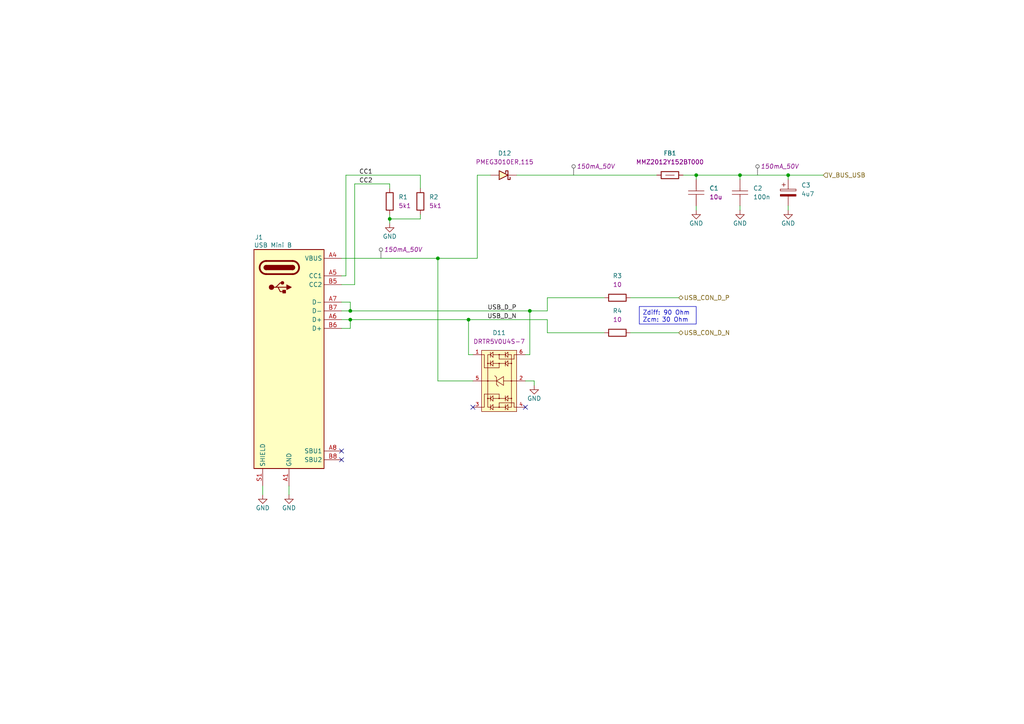
<source format=kicad_sch>
(kicad_sch (version 20230121) (generator eeschema)
  (paper "A4")
  (title_block (title "Programmable Keyboard") (date "2023-10-14") (rev "1.0") (company "Kallio Designs Oy") (comment 1 "TL, NH") (comment 3 "PCB_PN"))
  (lib_symbols
    (symbol "KD_Capacitor:C_0603_100n_X7R_50V" (pin_numbers hide) (pin_names hide)
      (property "Reference" "C" (at 2.54 1.27 0))
      (property "Value" "100n" (at 2.54 -1.27 0))
      (symbol "C_0603_100n_X7R_50V_0_1"
        (polyline (pts (xy -2.286 -0.508) (xy 2.286 -0.508)))
        (polyline (pts (xy -2.286 0.508) (xy 2.286 0.508)))
        (polyline (pts (xy 0 -0.508) (xy 0 -1.016)))
        (polyline (pts (xy 0 0.508) (xy 0 1.016)))
      )
      (symbol "C_0603_100n_X7R_50V_1_1"
        (pin passive line (at 0 3.81 270) (length 2.794) (name "~") (number "1"))
        (pin passive line (at 0 -3.81 90) (length 2.794) (name "~") (number "2"))
      )
    )
    (symbol "KD_Capacitor:C_1206_10u_X5R_50V_automotive" (pin_numbers hide) (pin_names hide)
      (property "Reference" "C" (at 2.54 1.27 0))
      (property "Code" "10u" (at 2.54 -1.27 0))
      (symbol "C_1206_10u_X5R_50V_automotive_0_1"
        (polyline (pts (xy -2.286 -0.508) (xy 2.286 -0.508)))
        (polyline (pts (xy -2.286 0.508) (xy 2.286 0.508)))
        (polyline (pts (xy 0 -0.508) (xy 0 -1.016)))
        (polyline (pts (xy 0 0.508) (xy 0 1.016)))
      )
      (symbol "C_1206_10u_X5R_50V_automotive_1_1"
        (pin passive line (at 0 3.81 270) (length 2.794) (name "~") (number "1"))
        (pin passive line (at 0 -3.81 90) (length 2.794) (name "~") (number "2"))
      )
    )
    (symbol "KD_Capacitor:C_AE_4.7uF_16V_EEE-1CA4R7NR" (pin_numbers hide) (pin_names hide)
      (property "Reference" "C" (at 2.54 1.27 0))
      (property "Value" "4u7" (at 2.54 -1.27 0))
      (symbol "C_AE_4.7uF_16V_EEE-1CA4R7NR_0_1"
        (rectangle (start -2.286 0.508) (end 2.286 1.016))
        (polyline (pts (xy -1.778 2.286) (xy -0.762 2.286)))
        (polyline (pts (xy -1.27 2.794) (xy -1.27 1.778)))
        (rectangle (start 2.286 -0.508) (end -2.286 -1.016) (fill (type outline)))
      )
      (symbol "C_AE_4.7uF_16V_EEE-1CA4R7NR_1_1"
        (pin passive line (at 0 3.81 270) (length 2.794) (name "~") (number "1"))
        (pin passive line (at 0 -3.81 90) (length 2.794) (name "~") (number "2"))
      )
    )
    (symbol "KD_Connector_USB_HDMI_Etc:USB_C_V_GCT_USB4085-GF-A"
      (property "Reference" "J" (at -25.146 6.096 0))
      (property "Value" "USB Mini B" (at -25.4 3.81 0))
      (symbol "USB_C_V_GCT_USB4085-GF-A_0_1"
        (rectangle (start -25.4 2.54) (end -5.08 -60.96) (stroke (width 0.254)) (fill (type background)))
        (arc (start -21.844 -2.032) (mid -22.4763 -2.667) (end -21.844 -3.302) (stroke (width 0.254)))
        (arc (start -21.844 -2.032) (mid -22.4763 -2.667) (end -21.844 -3.302) (stroke (width 0.254)) (fill (type outline)))
        (arc (start -21.844 -0.762) (mid -23.7407 -2.667) (end -21.844 -4.572) (stroke (width 0.508)))
        (circle (center -20.32 -8.382) (radius 0.635) (stroke (width 0.254)) (fill (type outline)))
        (circle (center -17.145 -7.112) (radius 0.381) (stroke (width 0.254)) (fill (type outline)))
        (rectangle (start -16.256 -9.271) (end -17.018 -10.033) (stroke (width 0.254)) (fill (type outline)))
        (arc (start -14.224 -4.572) (mid -12.3273 -2.667) (end -14.224 -0.762) (stroke (width 0.508)))
        (rectangle (start -14.224 -3.302) (end -21.844 -2.032) (stroke (width 0.254)) (fill (type outline)))
        (arc (start -14.224 -3.302) (mid -13.5917 -2.667) (end -14.224 -2.032) (stroke (width 0.254)))
        (arc (start -14.224 -3.302) (mid -13.5917 -2.667) (end -14.224 -2.032) (stroke (width 0.254)) (fill (type outline)))
        (polyline (pts (xy -21.844 -0.762) (xy -14.224 -0.762)) (stroke (width 0.508)))
        (polyline (pts (xy -18.415 -8.382) (xy -15.875 -8.382)) (stroke (width 0.254)))
        (polyline (pts (xy -14.224 -4.572) (xy -21.844 -4.572)) (stroke (width 0.508)))
        (polyline (pts (xy -19.685 -8.382) (xy -19.05 -8.382) (xy -17.78 -7.112) (xy -17.145 -7.112)) (stroke (width 0.254)))
        (polyline (pts (xy -19.05 -8.382) (xy -18.415 -8.382) (xy -17.78 -9.652) (xy -16.51 -9.652)) (stroke (width 0.254)))
        (polyline (pts (xy -15.875 -7.747) (xy -15.875 -9.017) (xy -14.605 -8.382) (xy -15.875 -7.747)) (stroke (width 0.254)) (fill (type outline)))
      )
      (symbol "USB_C_V_GCT_USB4085-GF-A_1_1"
        (pin passive line (at -15.24 -66.04 90) (length 5.08) (name "GND") (number "A1"))
        (pin passive line (at -15.24 -66.04 90) (length 5.08) hide (name "GND") (number "A12"))
        (pin passive line (at 0 0 180) (length 5.08) (name "VBUS") (number "A4"))
        (pin bidirectional line (at 0 -5.08 180) (length 5.08) (name "CC1") (number "A5"))
        (pin bidirectional line (at 0 -17.78 180) (length 5.08) (name "D+") (number "A6"))
        (pin bidirectional line (at 0 -12.7 180) (length 5.08) (name "D-") (number "A7"))
        (pin bidirectional line (at 0 -55.88 180) (length 5.08) (name "SBU1") (number "A8"))
        (pin passive line (at 0 0 180) (length 5.08) hide (name "VBUS") (number "A9"))
        (pin passive line (at -15.24 -66.04 90) (length 5.08) hide (name "GND") (number "B1"))
        (pin passive line (at -15.24 -66.04 90) (length 5.08) hide (name "GND") (number "B12"))
        (pin passive line (at 0 0 180) (length 5.08) hide (name "VBUS") (number "B4"))
        (pin bidirectional line (at 0 -7.62 180) (length 5.08) (name "CC2") (number "B5"))
        (pin bidirectional line (at 0 -20.32 180) (length 5.08) (name "D+") (number "B6"))
        (pin bidirectional line (at 0 -15.24 180) (length 5.08) (name "D-") (number "B7"))
        (pin bidirectional line (at 0 -58.42 180) (length 5.08) (name "SBU2") (number "B8"))
        (pin passive line (at 0 0 180) (length 5.08) hide (name "VBUS") (number "B9"))
        (pin passive line (at -22.86 -66.04 90) (length 5.08) (name "SHIELD") (number "S1"))
      )
    )
    (symbol "KD_Diode:Schottky_30V_1A_PMEG3010ER_115" (pin_numbers hide) (pin_names hide)
      (property "Reference" "D" (at 0 2.54 0))
      (property "Code" "PMEG3010ER,115" (at 0 -2.54 0))
      (symbol "Schottky_30V_1A_PMEG3010ER_115_0_1"
        (polyline (pts (xy -1.905 0.635) (xy -1.905 1.27) (xy -1.27 1.27) (xy -1.27 -1.27) (xy -0.635 -1.27) (xy -0.635 -0.635)) (stroke (width 0.254)))
      )
      (symbol "Schottky_30V_1A_PMEG3010ER_115_1_1"
        (polyline (pts (xy 1.27 1.27) (xy 1.27 -1.27) (xy -1.27 0) (xy 1.27 1.27)) (stroke (width 0.254)) (fill (type background)))
        (pin passive line (at -3.81 0 0) (length 2.54) (name "K") (number "1"))
        (pin passive line (at 3.81 0 180) (length 2.54) (name "A") (number "2"))
      )
    )
    (symbol "KD_Diode:TVS_5V5_DRTR5V0U4S-7-M" (pin_names hide)
      (property "Reference" "D" (at 0 10.16 0))
      (property "Code" "DRTR5V0U4S-7" (at 0 -10.16 0))
      (symbol "TVS_5V5_DRTR5V0U4S-7-M_0_1"
        (rectangle (start -5.08 8.89) (end 5.08 -8.89) (fill (type background)))
      )
      (symbol "TVS_5V5_DRTR5V0U4S-7-M_1_0"
        (polyline (pts (xy -5.08 -7.62) (xy -4.318 -7.62)))
        (polyline (pts (xy -5.08 0) (xy -3.302 0)))
        (polyline (pts (xy -5.08 7.62) (xy -4.318 7.62)))
        (polyline (pts (xy -4.318 -7.62) (xy -4.318 -3.81)))
        (polyline (pts (xy -4.318 -3.81) (xy 0 -3.81)))
        (polyline (pts (xy -4.318 3.81) (xy 0 3.81)))
        (polyline (pts (xy -4.318 7.62) (xy -4.318 3.81)))
        (polyline (pts (xy -3.302 -7.62) (xy -2.54 -7.62)))
        (polyline (pts (xy -3.302 -5.08) (xy -3.302 -7.62)))
        (polyline (pts (xy -3.302 0) (xy -3.302 -5.08)))
        (polyline (pts (xy -3.302 0) (xy -3.302 5.08)))
        (polyline (pts (xy -3.302 0) (xy -0.762 0)))
        (polyline (pts (xy -3.302 5.08) (xy -3.302 7.62)))
        (polyline (pts (xy -3.302 7.62) (xy -2.54 7.62)))
        (polyline (pts (xy -2.54 -7.62) (xy -2.54 -8.382)))
        (polyline (pts (xy -2.54 -7.62) (xy -1.778 -8.382)))
        (polyline (pts (xy -2.54 -6.858) (xy -2.54 -7.62)))
        (polyline (pts (xy -2.54 -5.08) (xy -3.302 -5.08)))
        (polyline (pts (xy -2.54 -5.08) (xy -2.54 -5.842)))
        (polyline (pts (xy -2.54 -5.08) (xy -1.778 -5.842)))
        (polyline (pts (xy -2.54 -4.318) (xy -2.54 -5.08)))
        (polyline (pts (xy -2.54 4.318) (xy -2.54 5.08)))
        (polyline (pts (xy -2.54 5.08) (xy -3.302 5.08)))
        (polyline (pts (xy -2.54 5.08) (xy -2.54 5.842)))
        (polyline (pts (xy -2.54 5.08) (xy -1.778 5.842)))
        (polyline (pts (xy -2.54 6.858) (xy -2.54 7.62)))
        (polyline (pts (xy -2.54 7.62) (xy -2.54 8.382)))
        (polyline (pts (xy -2.54 7.62) (xy -1.778 8.382)))
        (polyline (pts (xy -1.778 -8.382) (xy -1.778 -7.62)))
        (polyline (pts (xy -1.778 -7.62) (xy -1.778 -6.858)))
        (polyline (pts (xy -1.778 -6.858) (xy -2.54 -7.62)))
        (polyline (pts (xy -1.778 -5.842) (xy -1.778 -5.08)))
        (polyline (pts (xy -1.778 -5.08) (xy -1.778 -4.318)))
        (polyline (pts (xy -1.778 -5.08) (xy 1.778 -5.08)))
        (polyline (pts (xy -1.778 -4.318) (xy -2.54 -5.08)))
        (polyline (pts (xy -1.778 4.318) (xy -2.54 5.08)))
        (polyline (pts (xy -1.778 5.08) (xy -1.778 4.318)))
        (polyline (pts (xy -1.778 5.08) (xy 1.778 5.08)))
        (polyline (pts (xy -1.778 5.842) (xy -1.778 5.08)))
        (polyline (pts (xy -1.778 6.858) (xy -2.54 7.62)))
        (polyline (pts (xy -1.778 7.62) (xy -1.778 6.858)))
        (polyline (pts (xy -1.778 8.382) (xy -1.778 7.62)))
        (polyline (pts (xy -0.762 -1.016) (xy -0.254 -1.524)))
        (polyline (pts (xy -0.762 0) (xy -0.762 -1.016)))
        (polyline (pts (xy -0.762 0) (xy -0.762 1.016)))
        (polyline (pts (xy -0.762 0) (xy 1.27 -1.27)))
        (polyline (pts (xy -0.762 1.016) (xy -1.27 1.524)))
        (polyline (pts (xy 0 -7.62) (xy 0 -6.35)))
        (polyline (pts (xy 0 -6.35) (xy 4.318 -6.35)))
        (polyline (pts (xy 0 -3.81) (xy 0 -5.08)))
        (polyline (pts (xy 0 3.81) (xy 0 5.08)))
        (polyline (pts (xy 0 6.35) (xy 4.318 6.35)))
        (polyline (pts (xy 0 7.62) (xy 0 6.35)))
        (polyline (pts (xy 1.27 -1.27) (xy 1.27 0)))
        (polyline (pts (xy 1.27 0) (xy 1.27 1.27)))
        (polyline (pts (xy 1.27 0) (xy 3.556 0)))
        (polyline (pts (xy 1.27 1.27) (xy -0.762 0)))
        (polyline (pts (xy 1.778 -7.62) (xy -1.778 -7.62)))
        (polyline (pts (xy 1.778 -7.62) (xy 1.778 -8.382)))
        (polyline (pts (xy 1.778 -7.62) (xy 2.54 -8.382)))
        (polyline (pts (xy 1.778 -6.858) (xy 1.778 -7.62)))
        (polyline (pts (xy 1.778 -5.08) (xy 1.778 -5.842)))
        (polyline (pts (xy 1.778 -5.08) (xy 2.54 -5.842)))
        (polyline (pts (xy 1.778 -4.318) (xy 1.778 -5.08)))
        (polyline (pts (xy 1.778 4.318) (xy 1.778 5.08)))
        (polyline (pts (xy 1.778 5.08) (xy 1.778 5.842)))
        (polyline (pts (xy 1.778 5.08) (xy 2.54 5.842)))
        (polyline (pts (xy 1.778 6.858) (xy 1.778 7.62)))
        (polyline (pts (xy 1.778 7.62) (xy -1.778 7.62)))
        (polyline (pts (xy 1.778 7.62) (xy 1.778 8.382)))
        (polyline (pts (xy 1.778 7.62) (xy 2.54 8.382)))
        (polyline (pts (xy 2.54 -8.382) (xy 2.54 -7.62)))
        (polyline (pts (xy 2.54 -7.62) (xy 2.54 -6.858)))
        (polyline (pts (xy 2.54 -7.62) (xy 3.556 -7.62)))
        (polyline (pts (xy 2.54 -6.858) (xy 1.778 -7.62)))
        (polyline (pts (xy 2.54 -5.842) (xy 2.54 -5.08)))
        (polyline (pts (xy 2.54 -5.08) (xy 2.54 -4.318)))
        (polyline (pts (xy 2.54 -5.08) (xy 3.556 -5.08)))
        (polyline (pts (xy 2.54 -4.318) (xy 1.778 -5.08)))
        (polyline (pts (xy 2.54 4.318) (xy 1.778 5.08)))
        (polyline (pts (xy 2.54 5.08) (xy 2.54 4.318)))
        (polyline (pts (xy 2.54 5.08) (xy 3.556 5.08)))
        (polyline (pts (xy 2.54 5.842) (xy 2.54 5.08)))
        (polyline (pts (xy 2.54 6.858) (xy 1.778 7.62)))
        (polyline (pts (xy 2.54 7.62) (xy 2.54 6.858)))
        (polyline (pts (xy 2.54 7.62) (xy 3.556 7.62)))
        (polyline (pts (xy 2.54 8.382) (xy 2.54 7.62)))
        (polyline (pts (xy 3.556 -7.62) (xy 3.556 -5.08)))
        (polyline (pts (xy 3.556 -5.08) (xy 3.556 0)))
        (polyline (pts (xy 3.556 0) (xy 5.08 0)))
        (polyline (pts (xy 3.556 5.08) (xy 3.556 0)))
        (polyline (pts (xy 3.556 7.62) (xy 3.556 5.08)))
        (polyline (pts (xy 4.318 -7.62) (xy 5.08 -7.62)))
        (polyline (pts (xy 4.318 -6.35) (xy 4.318 -7.62)))
        (polyline (pts (xy 4.318 6.35) (xy 4.318 7.62)))
        (polyline (pts (xy 4.318 7.62) (xy 5.08 7.62)))
      )
      (symbol "TVS_5V5_DRTR5V0U4S-7-M_1_1"
        (circle (center -3.302 -5.08) (radius 0.127) (fill (type outline)))
        (circle (center -3.302 0) (radius 0.127) (fill (type outline)))
        (circle (center -3.302 5.08) (radius 0.127) (fill (type outline)))
        (circle (center 0 -7.62) (radius 0.127) (fill (type outline)))
        (circle (center 0 -5.08) (radius 0.127) (fill (type outline)))
        (circle (center 0 5.08) (radius 0.127) (fill (type outline)))
        (circle (center 0 7.62) (radius 0.127) (fill (type outline)))
        (circle (center 3.556 -5.08) (radius 0.127) (fill (type outline)))
        (circle (center 3.556 0) (radius 0.127) (fill (type outline)))
        (circle (center 3.556 5.08) (radius 0.127) (fill (type outline)))
        (pin input line (at -7.62 7.62 0) (length 2.54) (name "1") (number "1"))
        (pin input line (at 7.62 0 180) (length 2.54) (name "V-") (number "2"))
        (pin input line (at -7.62 -7.62 0) (length 2.54) (name "3") (number "3"))
        (pin input line (at 7.62 -7.62 180) (length 2.54) (name "4") (number "4"))
        (pin input line (at -7.62 0 0) (length 2.54) (name "V+") (number "5"))
        (pin input line (at 7.62 7.62 180) (length 2.54) (name "6") (number "6"))
      )
    )
    (symbol "KD_Inductor:Ferrite_500mA_TDK_MMZ2012Y152BT000" (pin_numbers hide) (pin_names hide)
      (property "Reference" "FB" (at 2.54 1.27 0))
      (property "Code" "MMZ2012Y152BT000" (at 2.54 -1.27 0))
      (symbol "Ferrite_500mA_TDK_MMZ2012Y152BT000_0_1"
        (rectangle (start -1.016 2.54) (end 1.016 -2.54) (stroke (width 0.254)))
        (polyline (pts (xy 0 1.27) (xy 0 -1.27)))
      )
      (symbol "Ferrite_500mA_TDK_MMZ2012Y152BT000_1_1"
        (pin passive line (at 0 3.81 270) (length 1.27) (name "~") (number "1"))
        (pin passive line (at 0 -3.81 90) (length 1.27) (name "~") (number "2"))
      )
    )
    (symbol "KD_Resistor:R_0603_10_5%" (pin_numbers hide) (pin_names hide)
      (property "Reference" "R" (at 1.905 1.27 0))
      (property "Code" "10" (at 1.905 -1.27 0))
      (symbol "R_0603_10_5%_0_1"
        (rectangle (start -1.016 -2.54) (end 1.016 2.54) (stroke (width 0.254)))
      )
      (symbol "R_0603_10_5%_1_1"
        (pin passive line (at 0 3.81 270) (length 1.27) (name "~") (number "1"))
        (pin passive line (at 0 -3.81 90) (length 1.27) (name "~") (number "2"))
      )
    )
    (symbol "KD_Resistor:R_0603_5100_1%" (pin_numbers hide) (pin_names hide)
      (property "Reference" "R" (at 1.905 1.27 0))
      (property "Code" "5k1" (at 1.905 -1.27 0))
      (symbol "R_0603_5100_1%_0_1"
        (rectangle (start -1.016 -2.54) (end 1.016 2.54) (stroke (width 0.254)))
      )
      (symbol "R_0603_5100_1%_1_1"
        (pin passive line (at 0 3.81 270) (length 1.27) (name "~") (number "1"))
        (pin passive line (at 0 -3.81 90) (length 1.27) (name "~") (number "2"))
      )
    )
    (symbol "power:GND" (power) (pin_names (offset 0))
      (property "Value" "GND" (at 0 -3.81 0))
      (symbol "GND_0_1"
        (polyline (pts (xy 0 0) (xy 0 -1.27) (xy 1.27 -1.27) (xy 0 -2.54) (xy -1.27 -1.27) (xy 0 -1.27)))
      )
      (symbol "GND_1_1"
        (pin power_in line (at 0 0 270) (length 0) hide (name "GND") (number "1"))
      )
    )
  )
  (junction (at 101.6 90.17))
  (junction (at 214.63 50.8))
  (junction (at 228.6 50.8))
  (junction (at 113.03 63.5))
  (junction (at 101.6 92.71))
  (junction (at 201.93 50.8))
  (junction (at 153.67 90.17))
  (junction (at 127 74.93))
  (junction (at 135.89 92.71))
  (no_connect (at 99.06 130.81))
  (no_connect (at 152.4 118.11))
  (no_connect (at 99.06 133.35))
  (no_connect (at 137.16 118.11))
  (wire (pts (xy 121.92 50.8) (xy 121.92 54.61)))
  (wire (pts (xy 127 74.93) (xy 138.43 74.93)))
  (wire (pts (xy 228.6 60.96) (xy 228.6 59.69)))
  (wire (pts (xy 127 110.49) (xy 127 74.93)))
  (wire (pts (xy 102.87 53.34) (xy 113.03 53.34)))
  (wire (pts (xy 100.33 50.8) (xy 121.92 50.8)))
  (wire (pts (xy 113.03 62.23) (xy 113.03 63.5)))
  (wire (pts (xy 137.16 102.87) (xy 135.89 102.87)))
  (wire (pts (xy 149.86 50.8) (xy 190.5 50.8)))
  (wire (pts (xy 101.6 90.17) (xy 153.67 90.17)))
  (wire (pts (xy 99.06 82.55) (xy 102.87 82.55)))
  (wire (pts (xy 138.43 50.8) (xy 142.24 50.8)))
  (wire (pts (xy 121.92 63.5) (xy 113.03 63.5)))
  (wire (pts (xy 182.88 96.52) (xy 196.85 96.52)))
  (wire (pts (xy 228.6 50.8) (xy 228.6 52.07)))
  (wire (pts (xy 135.89 92.71) (xy 158.75 92.71)))
  (wire (pts (xy 76.2 140.97) (xy 76.2 143.51)))
  (wire (pts (xy 101.6 92.71) (xy 135.89 92.71)))
  (wire (pts (xy 158.75 92.71) (xy 158.75 96.52)))
  (wire (pts (xy 100.33 50.8) (xy 100.33 80.01)))
  (wire (pts (xy 83.82 140.97) (xy 83.82 143.51)))
  (wire (pts (xy 101.6 87.63) (xy 101.6 90.17)))
  (wire (pts (xy 99.06 95.25) (xy 101.6 95.25)))
  (wire (pts (xy 201.93 50.8) (xy 214.63 50.8)))
  (wire (pts (xy 113.03 53.34) (xy 113.03 54.61)))
  (wire (pts (xy 135.89 92.71) (xy 135.89 102.87)))
  (wire (pts (xy 99.06 74.93) (xy 127 74.93)))
  (wire (pts (xy 154.94 110.49) (xy 154.94 111.76)))
  (wire (pts (xy 198.12 50.8) (xy 201.93 50.8)))
  (wire (pts (xy 99.06 87.63) (xy 101.6 87.63)))
  (wire (pts (xy 152.4 102.87) (xy 153.67 102.87)))
  (wire (pts (xy 101.6 95.25) (xy 101.6 92.71)))
  (wire (pts (xy 102.87 82.55) (xy 102.87 53.34)))
  (wire (pts (xy 153.67 90.17) (xy 153.67 102.87)))
  (wire (pts (xy 152.4 110.49) (xy 154.94 110.49)))
  (wire (pts (xy 214.63 50.8) (xy 228.6 50.8)))
  (wire (pts (xy 201.93 59.69) (xy 201.93 60.96)))
  (wire (pts (xy 99.06 90.17) (xy 101.6 90.17)))
  (wire (pts (xy 137.16 110.49) (xy 127 110.49)))
  (wire (pts (xy 121.92 62.23) (xy 121.92 63.5)))
  (wire (pts (xy 214.63 52.07) (xy 214.63 50.8)))
  (wire (pts (xy 228.6 50.8) (xy 238.76 50.8)))
  (wire (pts (xy 214.63 59.69) (xy 214.63 60.96)))
  (wire (pts (xy 113.03 63.5) (xy 113.03 64.77)))
  (wire (pts (xy 153.67 90.17) (xy 158.75 90.17)))
  (wire (pts (xy 175.26 86.36) (xy 158.75 86.36)))
  (wire (pts (xy 99.06 92.71) (xy 101.6 92.71)))
  (wire (pts (xy 182.88 86.36) (xy 196.85 86.36)))
  (wire (pts (xy 201.93 50.8) (xy 201.93 52.07)))
  (wire (pts (xy 99.06 80.01) (xy 100.33 80.01)))
  (wire (pts (xy 138.43 50.8) (xy 138.43 74.93)))
  (wire (pts (xy 158.75 96.52) (xy 175.26 96.52)))
  (wire (pts (xy 158.75 86.36) (xy 158.75 90.17)))
  (text_box "Zdiff: 90 Ohm\nZcm: 30 Ohm" (at 185.42 88.9 0) (size 16.51 5.08) (effects (font (size 1.27 1.27)) (justify left top)))
  (label "CC2" (at 104.14 53.34 0))
  (label "USB_D_P" (at 149.86 90.17 180))
  (label "USB_D_N" (at 149.86 92.71 180))
  (label "CC1" (at 104.14 50.8 0))
  (hierarchical_label "V_BUS_USB" (shape input) (at 238.76 50.8 0))
  (hierarchical_label "USB_CON_D_N" (shape bidirectional) (at 196.85 96.52 0))
  (hierarchical_label "USB_CON_D_P" (shape bidirectional) (at 196.85 86.36 0))
  (netclass_flag "" (length 2.54) (shape round) (at 110.49 74.93 0) (property "Netclass" "150mA_50V" (at 111.379 72.39 0) (effects (font italic) (justify left))))
  (netclass_flag "" (length 2.54) (shape round) (at 166.37 50.8 0) (property "Netclass" "150mA_50V" (at 167.259 48.26 0) (effects (font italic) (justify left))))
  (netclass_flag "" (length 2.54) (shape round) (at 219.71 50.8 0) (property "Netclass" "150mA_50V" (at 220.599 48.26 0) (effects (font italic) (justify left))))
  (symbol (lib_id "KD_Resistor:R_0603_10_5%") (at 179.07 96.52 90) (unit 1)
    (property "Reference" "R4" (at 179.07 90.17 90))
    (property "Value" "R_0603_10_5%" (effects hide))
    (property "Footprint" "KD_Resistor:RESC1608X55N" (effects hide))
    (property "Datasheet" "https://www.te.com/commerce/DocumentDelivery/DDEController?Action=srchrtrv&DocNm=1773204-3&DocType=DS&DocLang=English" (effects hide))
    (property "Code" "10" (at 179.07 92.71 90))
    (property "Manufacturer" "Walsin Technology Corporation" (effects hide))
    (property "MFG_PartNo" "WR06X100 JTL" (effects hide))
    (property "Supplier" "Digi-Key" (effects hide))
    (property "Supplier_PartNo" "1292-WR06X100JTLCT-ND" (effects hide))
    (property "DNP" "F" (effects hide))
    (property "Price" "0.01" (effects hide))
  )
  (symbol (lib_id "KD_Resistor:R_0603_5100_1%") (at 113.03 58.42 0) (unit 1)
    (property "Reference" "R1" (at 115.57 57.15 0) (effects (justify left)))
    (property "Value" "R_0603_5100_1%" (effects hide))
    (property "Footprint" "KD_Resistor:RESC1608X55N" (effects hide))
    (property "Datasheet" "https://www.seielect.com/catalog/sei-rmcf_rmcp.pdf" (effects hide))
    (property "Code" "5k1" (at 115.57 59.69 0) (effects (justify left)))
    (property "Manufacturer" "Stackpole Electronics Inc" (effects hide))
    (property "MFG_PartNo" "RMCF0603JT5K10" (effects hide))
    (property "Supplier" "Digi-Key" (effects hide))
    (property "Supplier_PartNo" "RMCF0603JT5K10CT-ND" (effects hide))
    (property "DNP" "F" (effects hide))
    (property "Price" "0.01" (effects hide))
  )
  (symbol (lib_id "KD_Capacitor:C_1206_10u_X5R_50V_automotive") (at 201.93 55.88 0) (unit 1)
    (property "Reference" "C1" (at 205.74 54.61 0) (effects (justify left)))
    (property "Value" "10u" (effects hide))
    (property "Footprint" "KD_Capacitor:CAPC3216X150N" (effects hide))
    (property "Datasheet" "https://search.murata.co.jp/Ceramy/image/img/A01X/G101/ENG/GRT31CR61H106ME01-01.pdf" (effects hide))
    (property "Code" "10u" (at 205.74 57.15 0) (effects (justify left)))
    (property "Manufacturer" "Murata Electronics" (effects hide))
    (property "MFG_PartNo" "GRT31CR61H106ME01L" (effects hide))
    (property "Supplier" "Digi-Key" (effects hide))
    (property "Supplier_PartNo" "490-12457-1-ND" (effects hide))
    (property "DNP" "F" (effects hide))
    (property "Price" "0.30" (effects hide))
  )
  (symbol (lib_id "KD_Capacitor:C_AE_4.7uF_16V_EEE-1CA4R7NR") (at 228.6 55.88 0) (unit 1)
    (property "Reference" "C3" (at 232.41 53.721 0) (effects (justify left)))
    (property "Value" "4u7" (at 232.41 56.261 0) (effects (justify left)))
    (property "Footprint" "KD_Capacitor:CAPAE400x540N" (effects hide))
    (property "Datasheet" "https://mm.digikey.com/Volume0/opasdata/d220001/medias/docus/2172/S_Series,Type_V_Rev2018.pdf" (effects hide))
    (property "Manufacturer" "Panasonic Electronic Components" (effects hide))
    (property "MFG_PartNo" "EEE-1CA4R7NR" (effects hide))
    (property "Supplier" "Digi-Key" (effects hide))
    (property "Supplier_PartNo" "PCE4290CT-ND" (effects hide))
    (property "DNP" "F" (effects hide))
    (property "Price" "0.3" (effects hide))
  )
  (symbol (lib_id "power:GND") (at 113.03 64.77 0) (unit 1)
    (property "Reference" "#PWR03" (effects hide))
    (property "Value" "GND" (at 113.03 68.58 0))
  )
  (symbol (lib_id "KD_Diode:TVS_5V5_DRTR5V0U4S-7-M") (at 144.78 110.49 0) (unit 1)
    (property "Reference" "D11" (at 144.78 96.52 0))
    (property "Value" "TVS_5V5_DRTR5V0U4S-7-M" (effects hide))
    (property "Footprint" "KD_Package_TO_SOT_SMD:SOT-363_SC-70-6" (effects hide))
    (property "Datasheet" "https://www.diodes.com/assets/Datasheets/DRTR5V0U4S.pdf" (effects hide))
    (property "Code" "DRTR5V0U4S-7" (at 144.78 99.06 0))
    (property "Manufacturer" "Diodes Incorporated" (effects hide))
    (property "MFG_PartNo" "DRTR5V0U4S-7" (effects hide))
    (property "Supplier" "Digi-Key" (effects hide))
    (property "Supplier_PartNo" "DRTR5V0U4S-7DICT-ND" (effects hide))
    (property "DNP" "F" (effects hide))
    (property "Price" "0.30" (effects hide))
  )
  (symbol (lib_id "power:GND") (at 83.82 143.51 0) (unit 1)
    (property "Reference" "#PWR02" (effects hide))
    (property "Value" "GND" (at 83.82 147.32 0))
  )
  (symbol (lib_id "power:GND") (at 76.2 143.51 0) (unit 1)
    (property "Reference" "#PWR01" (effects hide))
    (property "Value" "GND" (at 76.2 147.32 0))
  )
  (symbol (lib_id "power:GND") (at 154.94 111.76 0) (unit 1)
    (property "Reference" "#PWR04" (effects hide))
    (property "Value" "GND" (at 154.94 115.57 0))
  )
  (symbol (lib_id "KD_Inductor:Ferrite_500mA_TDK_MMZ2012Y152BT000") (at 194.31 50.8 90) (unit 1)
    (property "Reference" "FB1" (at 194.31 44.45 90))
    (property "Value" "Ferrite_500mA_TDK_MMZ2012Y152BT000" (effects hide))
    (property "Footprint" "KD_Inductor:INDC2016X100N" (effects hide))
    (property "Datasheet" "https://product.tdk.com/en/system/files?file=dam/doc/product/emc/emc/beads/catalog/beads_commercial_signal_mmz2012_en.pdf" (effects hide))
    (property "Code" "MMZ2012Y152BT000" (at 194.31 46.99 90))
    (property "Manufacturer" "Abracon LLC" (effects hide))
    (property "MFG_PartNo" "MMZ2012Y152BT000" (effects hide))
    (property "Supplier" "Digi-Key" (effects hide))
    (property "Supplier_PartNo" "445-MMZ2012Y152BT000CT-ND" (effects hide))
    (property "DNP" "F" (effects hide))
    (property "Price" "0.10" (effects hide))
  )
  (symbol (lib_id "KD_Diode:Schottky_30V_1A_PMEG3010ER_115") (at 146.05 50.8 180) (unit 1)
    (property "Reference" "D12" (at 146.3675 44.45 0))
    (property "Value" "Schottky_30V_1A_PMEG3010ER_115" (effects hide))
    (property "Footprint" "KD_Diode:DIOC360X180X150_SOD123" (effects hide))
    (property "Datasheet" "https://assets.nexperia.com/documents/data-sheet/PMEG3010ER.pdf" (effects hide))
    (property "Code" "PMEG3010ER,115" (at 146.3675 46.99 0))
    (property "Manufacturer" "Nexperia USA Inc." (effects hide))
    (property "MFG_PartNo" "PMEG3010ER,115" (effects hide))
    (property "Supplier" "Digi-Key" (effects hide))
    (property "Supplier_PartNo" "1727-5201-1-ND" (effects hide))
    (property "DNP" "F" (effects hide))
    (property "Price" "0.3" (effects hide))
  )
  (symbol (lib_id "KD_Capacitor:C_0603_100n_X7R_50V") (at 214.63 55.88 0) (unit 1)
    (property "Reference" "C2" (at 218.44 54.61 0) (effects (justify left)))
    (property "Value" "100n" (at 218.44 57.15 0) (effects (justify left)))
    (property "Footprint" "KD_Capacitor:CAPC1608X90N" (effects hide))
    (property "Datasheet" "https://mm.digikey.com/Volume0/opasdata/d220001/medias/docus/658/CL10B104KB8NNWC_Spec.pdf" (effects hide))
    (property "Manufacturer" "Samsung" (effects hide))
    (property "MFG_PartNo" "CL10B104KB8NNWC" (effects hide))
    (property "Supplier" "Digi-Key" (effects hide))
    (property "Supplier_PartNo" "1276-1935-1-ND" (effects hide))
    (property "DNP" "F" (effects hide))
    (property "Price" "0.01" (effects hide))
  )
  (symbol (lib_id "power:GND") (at 214.63 60.96 0) (unit 1)
    (property "Reference" "#PWR06" (effects hide))
    (property "Value" "GND" (at 214.63 64.77 0))
  )
  (symbol (lib_id "power:GND") (at 228.6 60.96 0) (unit 1)
    (property "Reference" "#PWR07" (effects hide))
    (property "Value" "GND" (at 228.6 64.77 0))
  )
  (symbol (lib_id "KD_Resistor:R_0603_5100_1%") (at 121.92 58.42 0) (unit 1)
    (property "Reference" "R2" (at 124.46 57.15 0) (effects (justify left)))
    (property "Value" "R_0603_5100_1%" (effects hide))
    (property "Footprint" "KD_Resistor:RESC1608X55N" (effects hide))
    (property "Datasheet" "https://www.seielect.com/catalog/sei-rmcf_rmcp.pdf" (effects hide))
    (property "Code" "5k1" (at 124.46 59.69 0) (effects (justify left)))
    (property "Manufacturer" "Stackpole Electronics Inc" (effects hide))
    (property "MFG_PartNo" "RMCF0603JT5K10" (effects hide))
    (property "Supplier" "Digi-Key" (effects hide))
    (property "Supplier_PartNo" "RMCF0603JT5K10CT-ND" (effects hide))
    (property "DNP" "F" (effects hide))
    (property "Price" "0.01" (effects hide))
  )
  (symbol (lib_id "power:GND") (at 201.93 60.96 0) (unit 1)
    (property "Reference" "#PWR05" (effects hide))
    (property "Value" "GND" (at 201.93 64.77 0))
  )
  (symbol (lib_id "KD_Resistor:R_0603_10_5%") (at 179.07 86.36 90) (unit 1)
    (property "Reference" "R3" (at 179.07 80.01 90))
    (property "Value" "R_0603_10_5%" (effects hide))
    (property "Footprint" "KD_Resistor:RESC1608X55N" (effects hide))
    (property "Datasheet" "https://www.te.com/commerce/DocumentDelivery/DDEController?Action=srchrtrv&DocNm=1773204-3&DocType=DS&DocLang=English" (effects hide))
    (property "Code" "10" (at 179.07 82.55 90))
    (property "Manufacturer" "Walsin Technology Corporation" (effects hide))
    (property "MFG_PartNo" "WR06X100 JTL" (effects hide))
    (property "Supplier" "Digi-Key" (effects hide))
    (property "Supplier_PartNo" "1292-WR06X100JTLCT-ND" (effects hide))
    (property "DNP" "F" (effects hide))
    (property "Price" "0.01" (effects hide))
  )
  (symbol (lib_id "KD_Connector_USB_HDMI_Etc:USB_C_V_GCT_USB4085-GF-A") (at 99.06 74.93 0) (unit 1)
    (property "Reference" "J1" (at 73.914 68.834 0) (effects (justify left)))
    (property "Value" "USB Mini B" (at 73.66 71.12 0) (effects (justify left)))
    (property "Footprint" "KD_Connector_USB_HDMI_Etc:USB_C_Receptacle_GCT_USB4085" (effects hide))
    (property "Datasheet" "https://app.adam-tech.com/products/download/data_sheet/195855/usb-b-s-vt-data-sheet.pdf" (effects hide))
    (property "Manufacturer" "Adam Tech" (effects hide))
    (property "MFG_PartNo" "USB-B-S-VT" (effects hide))
    (property "Supplier" "Digi-Key" (effects hide))
    (property "Supplier_PartNo" "2057-USB-B-S-VT-ND" (effects hide))
    (property "DNP" "F" (effects hide))
    (property "Price" "1" (effects hide))
  )
)
</source>
